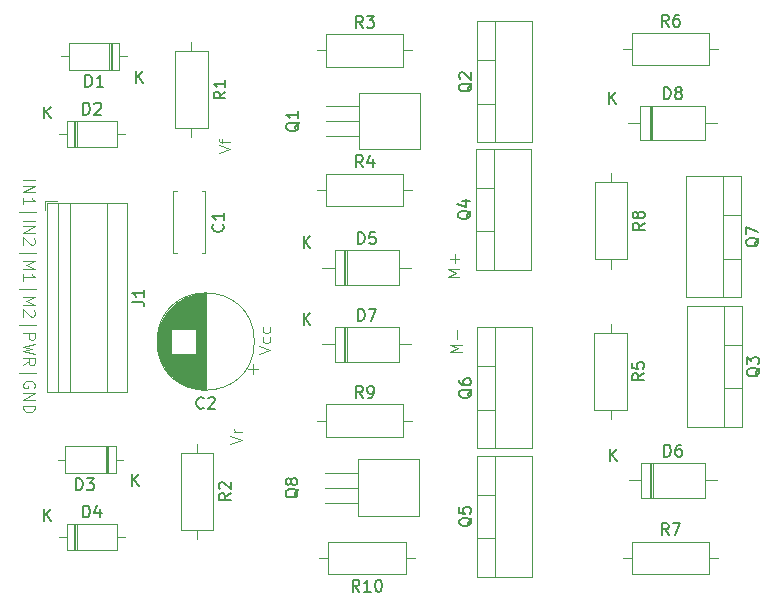
<source format=gbr>
%TF.GenerationSoftware,KiCad,Pcbnew,8.0.8*%
%TF.CreationDate,2025-03-29T12:35:08-04:00*%
%TF.ProjectId,h-bridge,682d6272-6964-4676-952e-6b696361645f,rev?*%
%TF.SameCoordinates,Original*%
%TF.FileFunction,Legend,Top*%
%TF.FilePolarity,Positive*%
%FSLAX46Y46*%
G04 Gerber Fmt 4.6, Leading zero omitted, Abs format (unit mm)*
G04 Created by KiCad (PCBNEW 8.0.8) date 2025-03-29 12:35:08*
%MOMM*%
%LPD*%
G01*
G04 APERTURE LIST*
%ADD10C,0.100000*%
%ADD11C,0.150000*%
%ADD12C,0.120000*%
G04 APERTURE END LIST*
D10*
X96327580Y-83703884D02*
X97327580Y-83703884D01*
X96327580Y-84180074D02*
X97327580Y-84180074D01*
X97327580Y-84180074D02*
X96327580Y-84751502D01*
X96327580Y-84751502D02*
X97327580Y-84751502D01*
X96327580Y-85751502D02*
X96327580Y-85180074D01*
X96327580Y-85465788D02*
X97327580Y-85465788D01*
X97327580Y-85465788D02*
X97184723Y-85370550D01*
X97184723Y-85370550D02*
X97089485Y-85275312D01*
X97089485Y-85275312D02*
X97041866Y-85180074D01*
X95994247Y-86418169D02*
X97422819Y-86418169D01*
X96327580Y-87132455D02*
X97327580Y-87132455D01*
X96327580Y-87608645D02*
X97327580Y-87608645D01*
X97327580Y-87608645D02*
X96327580Y-88180073D01*
X96327580Y-88180073D02*
X97327580Y-88180073D01*
X97232342Y-88608645D02*
X97279961Y-88656264D01*
X97279961Y-88656264D02*
X97327580Y-88751502D01*
X97327580Y-88751502D02*
X97327580Y-88989597D01*
X97327580Y-88989597D02*
X97279961Y-89084835D01*
X97279961Y-89084835D02*
X97232342Y-89132454D01*
X97232342Y-89132454D02*
X97137104Y-89180073D01*
X97137104Y-89180073D02*
X97041866Y-89180073D01*
X97041866Y-89180073D02*
X96899009Y-89132454D01*
X96899009Y-89132454D02*
X96327580Y-88561026D01*
X96327580Y-88561026D02*
X96327580Y-89180073D01*
X95994247Y-89846740D02*
X97422819Y-89846740D01*
X96327580Y-90561026D02*
X97327580Y-90561026D01*
X97327580Y-90561026D02*
X96613295Y-90894359D01*
X96613295Y-90894359D02*
X97327580Y-91227692D01*
X97327580Y-91227692D02*
X96327580Y-91227692D01*
X96327580Y-92227692D02*
X96327580Y-91656264D01*
X96327580Y-91941978D02*
X97327580Y-91941978D01*
X97327580Y-91941978D02*
X97184723Y-91846740D01*
X97184723Y-91846740D02*
X97089485Y-91751502D01*
X97089485Y-91751502D02*
X97041866Y-91656264D01*
X95994247Y-92894359D02*
X97422819Y-92894359D01*
X96327580Y-93608645D02*
X97327580Y-93608645D01*
X97327580Y-93608645D02*
X96613295Y-93941978D01*
X96613295Y-93941978D02*
X97327580Y-94275311D01*
X97327580Y-94275311D02*
X96327580Y-94275311D01*
X97232342Y-94703883D02*
X97279961Y-94751502D01*
X97279961Y-94751502D02*
X97327580Y-94846740D01*
X97327580Y-94846740D02*
X97327580Y-95084835D01*
X97327580Y-95084835D02*
X97279961Y-95180073D01*
X97279961Y-95180073D02*
X97232342Y-95227692D01*
X97232342Y-95227692D02*
X97137104Y-95275311D01*
X97137104Y-95275311D02*
X97041866Y-95275311D01*
X97041866Y-95275311D02*
X96899009Y-95227692D01*
X96899009Y-95227692D02*
X96327580Y-94656264D01*
X96327580Y-94656264D02*
X96327580Y-95275311D01*
X95994247Y-95941978D02*
X97422819Y-95941978D01*
X96327580Y-96656264D02*
X97327580Y-96656264D01*
X97327580Y-96656264D02*
X97327580Y-97037216D01*
X97327580Y-97037216D02*
X97279961Y-97132454D01*
X97279961Y-97132454D02*
X97232342Y-97180073D01*
X97232342Y-97180073D02*
X97137104Y-97227692D01*
X97137104Y-97227692D02*
X96994247Y-97227692D01*
X96994247Y-97227692D02*
X96899009Y-97180073D01*
X96899009Y-97180073D02*
X96851390Y-97132454D01*
X96851390Y-97132454D02*
X96803771Y-97037216D01*
X96803771Y-97037216D02*
X96803771Y-96656264D01*
X97327580Y-97561026D02*
X96327580Y-97799121D01*
X96327580Y-97799121D02*
X97041866Y-97989597D01*
X97041866Y-97989597D02*
X96327580Y-98180073D01*
X96327580Y-98180073D02*
X97327580Y-98418169D01*
X96327580Y-99370549D02*
X96803771Y-99037216D01*
X96327580Y-98799121D02*
X97327580Y-98799121D01*
X97327580Y-98799121D02*
X97327580Y-99180073D01*
X97327580Y-99180073D02*
X97279961Y-99275311D01*
X97279961Y-99275311D02*
X97232342Y-99322930D01*
X97232342Y-99322930D02*
X97137104Y-99370549D01*
X97137104Y-99370549D02*
X96994247Y-99370549D01*
X96994247Y-99370549D02*
X96899009Y-99322930D01*
X96899009Y-99322930D02*
X96851390Y-99275311D01*
X96851390Y-99275311D02*
X96803771Y-99180073D01*
X96803771Y-99180073D02*
X96803771Y-98799121D01*
X95994247Y-100037216D02*
X97422819Y-100037216D01*
X97279961Y-101275311D02*
X97327580Y-101180073D01*
X97327580Y-101180073D02*
X97327580Y-101037216D01*
X97327580Y-101037216D02*
X97279961Y-100894359D01*
X97279961Y-100894359D02*
X97184723Y-100799121D01*
X97184723Y-100799121D02*
X97089485Y-100751502D01*
X97089485Y-100751502D02*
X96899009Y-100703883D01*
X96899009Y-100703883D02*
X96756152Y-100703883D01*
X96756152Y-100703883D02*
X96565676Y-100751502D01*
X96565676Y-100751502D02*
X96470438Y-100799121D01*
X96470438Y-100799121D02*
X96375200Y-100894359D01*
X96375200Y-100894359D02*
X96327580Y-101037216D01*
X96327580Y-101037216D02*
X96327580Y-101132454D01*
X96327580Y-101132454D02*
X96375200Y-101275311D01*
X96375200Y-101275311D02*
X96422819Y-101322930D01*
X96422819Y-101322930D02*
X96756152Y-101322930D01*
X96756152Y-101322930D02*
X96756152Y-101132454D01*
X96327580Y-101751502D02*
X97327580Y-101751502D01*
X97327580Y-101751502D02*
X96327580Y-102322930D01*
X96327580Y-102322930D02*
X97327580Y-102322930D01*
X96327580Y-102799121D02*
X97327580Y-102799121D01*
X97327580Y-102799121D02*
X97327580Y-103037216D01*
X97327580Y-103037216D02*
X97279961Y-103180073D01*
X97279961Y-103180073D02*
X97184723Y-103275311D01*
X97184723Y-103275311D02*
X97089485Y-103322930D01*
X97089485Y-103322930D02*
X96899009Y-103370549D01*
X96899009Y-103370549D02*
X96756152Y-103370549D01*
X96756152Y-103370549D02*
X96565676Y-103322930D01*
X96565676Y-103322930D02*
X96470438Y-103275311D01*
X96470438Y-103275311D02*
X96375200Y-103180073D01*
X96375200Y-103180073D02*
X96327580Y-103037216D01*
X96327580Y-103037216D02*
X96327580Y-102799121D01*
X116272419Y-98438972D02*
X117272419Y-98105639D01*
X117272419Y-98105639D02*
X116272419Y-97772306D01*
X117224800Y-97010401D02*
X117272419Y-97105639D01*
X117272419Y-97105639D02*
X117272419Y-97296115D01*
X117272419Y-97296115D02*
X117224800Y-97391353D01*
X117224800Y-97391353D02*
X117177180Y-97438972D01*
X117177180Y-97438972D02*
X117081942Y-97486591D01*
X117081942Y-97486591D02*
X116796228Y-97486591D01*
X116796228Y-97486591D02*
X116700990Y-97438972D01*
X116700990Y-97438972D02*
X116653371Y-97391353D01*
X116653371Y-97391353D02*
X116605752Y-97296115D01*
X116605752Y-97296115D02*
X116605752Y-97105639D01*
X116605752Y-97105639D02*
X116653371Y-97010401D01*
X117224800Y-96153258D02*
X117272419Y-96248496D01*
X117272419Y-96248496D02*
X117272419Y-96438972D01*
X117272419Y-96438972D02*
X117224800Y-96534210D01*
X117224800Y-96534210D02*
X117177180Y-96581829D01*
X117177180Y-96581829D02*
X117081942Y-96629448D01*
X117081942Y-96629448D02*
X116796228Y-96629448D01*
X116796228Y-96629448D02*
X116700990Y-96581829D01*
X116700990Y-96581829D02*
X116653371Y-96534210D01*
X116653371Y-96534210D02*
X116605752Y-96438972D01*
X116605752Y-96438972D02*
X116605752Y-96248496D01*
X116605752Y-96248496D02*
X116653371Y-96153258D01*
X113872419Y-106038972D02*
X114872419Y-105705639D01*
X114872419Y-105705639D02*
X113872419Y-105372306D01*
X114872419Y-105038972D02*
X114205752Y-105038972D01*
X114396228Y-105038972D02*
X114300990Y-104991353D01*
X114300990Y-104991353D02*
X114253371Y-104943734D01*
X114253371Y-104943734D02*
X114205752Y-104848496D01*
X114205752Y-104848496D02*
X114205752Y-104753258D01*
X133472419Y-98296115D02*
X132472419Y-98296115D01*
X132472419Y-98296115D02*
X133186704Y-97962782D01*
X133186704Y-97962782D02*
X132472419Y-97629449D01*
X132472419Y-97629449D02*
X133472419Y-97629449D01*
X133091466Y-97153258D02*
X133091466Y-96391354D01*
X133272419Y-91896115D02*
X132272419Y-91896115D01*
X132272419Y-91896115D02*
X132986704Y-91562782D01*
X132986704Y-91562782D02*
X132272419Y-91229449D01*
X132272419Y-91229449D02*
X133272419Y-91229449D01*
X132891466Y-90753258D02*
X132891466Y-89991354D01*
X133272419Y-90372306D02*
X132510514Y-90372306D01*
X112872419Y-81438972D02*
X113872419Y-81105639D01*
X113872419Y-81105639D02*
X112872419Y-80772306D01*
X113205752Y-80581829D02*
X113205752Y-80200877D01*
X113872419Y-80438972D02*
X113015276Y-80438972D01*
X113015276Y-80438972D02*
X112920038Y-80391353D01*
X112920038Y-80391353D02*
X112872419Y-80296115D01*
X112872419Y-80296115D02*
X112872419Y-80200877D01*
D11*
X111623031Y-102984580D02*
X111575412Y-103032200D01*
X111575412Y-103032200D02*
X111432555Y-103079819D01*
X111432555Y-103079819D02*
X111337317Y-103079819D01*
X111337317Y-103079819D02*
X111194460Y-103032200D01*
X111194460Y-103032200D02*
X111099222Y-102936961D01*
X111099222Y-102936961D02*
X111051603Y-102841723D01*
X111051603Y-102841723D02*
X111003984Y-102651247D01*
X111003984Y-102651247D02*
X111003984Y-102508390D01*
X111003984Y-102508390D02*
X111051603Y-102317914D01*
X111051603Y-102317914D02*
X111099222Y-102222676D01*
X111099222Y-102222676D02*
X111194460Y-102127438D01*
X111194460Y-102127438D02*
X111337317Y-102079819D01*
X111337317Y-102079819D02*
X111432555Y-102079819D01*
X111432555Y-102079819D02*
X111575412Y-102127438D01*
X111575412Y-102127438D02*
X111623031Y-102175057D01*
X112003984Y-102175057D02*
X112051603Y-102127438D01*
X112051603Y-102127438D02*
X112146841Y-102079819D01*
X112146841Y-102079819D02*
X112384936Y-102079819D01*
X112384936Y-102079819D02*
X112480174Y-102127438D01*
X112480174Y-102127438D02*
X112527793Y-102175057D01*
X112527793Y-102175057D02*
X112575412Y-102270295D01*
X112575412Y-102270295D02*
X112575412Y-102365533D01*
X112575412Y-102365533D02*
X112527793Y-102508390D01*
X112527793Y-102508390D02*
X111956365Y-103079819D01*
X111956365Y-103079819D02*
X112575412Y-103079819D01*
X150988333Y-70709819D02*
X150655000Y-70233628D01*
X150416905Y-70709819D02*
X150416905Y-69709819D01*
X150416905Y-69709819D02*
X150797857Y-69709819D01*
X150797857Y-69709819D02*
X150893095Y-69757438D01*
X150893095Y-69757438D02*
X150940714Y-69805057D01*
X150940714Y-69805057D02*
X150988333Y-69900295D01*
X150988333Y-69900295D02*
X150988333Y-70043152D01*
X150988333Y-70043152D02*
X150940714Y-70138390D01*
X150940714Y-70138390D02*
X150893095Y-70186009D01*
X150893095Y-70186009D02*
X150797857Y-70233628D01*
X150797857Y-70233628D02*
X150416905Y-70233628D01*
X151845476Y-69709819D02*
X151655000Y-69709819D01*
X151655000Y-69709819D02*
X151559762Y-69757438D01*
X151559762Y-69757438D02*
X151512143Y-69805057D01*
X151512143Y-69805057D02*
X151416905Y-69947914D01*
X151416905Y-69947914D02*
X151369286Y-70138390D01*
X151369286Y-70138390D02*
X151369286Y-70519342D01*
X151369286Y-70519342D02*
X151416905Y-70614580D01*
X151416905Y-70614580D02*
X151464524Y-70662200D01*
X151464524Y-70662200D02*
X151559762Y-70709819D01*
X151559762Y-70709819D02*
X151750238Y-70709819D01*
X151750238Y-70709819D02*
X151845476Y-70662200D01*
X151845476Y-70662200D02*
X151893095Y-70614580D01*
X151893095Y-70614580D02*
X151940714Y-70519342D01*
X151940714Y-70519342D02*
X151940714Y-70281247D01*
X151940714Y-70281247D02*
X151893095Y-70186009D01*
X151893095Y-70186009D02*
X151845476Y-70138390D01*
X151845476Y-70138390D02*
X151750238Y-70090771D01*
X151750238Y-70090771D02*
X151559762Y-70090771D01*
X151559762Y-70090771D02*
X151464524Y-70138390D01*
X151464524Y-70138390D02*
X151416905Y-70186009D01*
X151416905Y-70186009D02*
X151369286Y-70281247D01*
X134325057Y-101400238D02*
X134277438Y-101495476D01*
X134277438Y-101495476D02*
X134182200Y-101590714D01*
X134182200Y-101590714D02*
X134039342Y-101733571D01*
X134039342Y-101733571D02*
X133991723Y-101828809D01*
X133991723Y-101828809D02*
X133991723Y-101924047D01*
X134229819Y-101876428D02*
X134182200Y-101971666D01*
X134182200Y-101971666D02*
X134086961Y-102066904D01*
X134086961Y-102066904D02*
X133896485Y-102114523D01*
X133896485Y-102114523D02*
X133563152Y-102114523D01*
X133563152Y-102114523D02*
X133372676Y-102066904D01*
X133372676Y-102066904D02*
X133277438Y-101971666D01*
X133277438Y-101971666D02*
X133229819Y-101876428D01*
X133229819Y-101876428D02*
X133229819Y-101685952D01*
X133229819Y-101685952D02*
X133277438Y-101590714D01*
X133277438Y-101590714D02*
X133372676Y-101495476D01*
X133372676Y-101495476D02*
X133563152Y-101447857D01*
X133563152Y-101447857D02*
X133896485Y-101447857D01*
X133896485Y-101447857D02*
X134086961Y-101495476D01*
X134086961Y-101495476D02*
X134182200Y-101590714D01*
X134182200Y-101590714D02*
X134229819Y-101685952D01*
X134229819Y-101685952D02*
X134229819Y-101876428D01*
X133229819Y-100590714D02*
X133229819Y-100781190D01*
X133229819Y-100781190D02*
X133277438Y-100876428D01*
X133277438Y-100876428D02*
X133325057Y-100924047D01*
X133325057Y-100924047D02*
X133467914Y-101019285D01*
X133467914Y-101019285D02*
X133658390Y-101066904D01*
X133658390Y-101066904D02*
X134039342Y-101066904D01*
X134039342Y-101066904D02*
X134134580Y-101019285D01*
X134134580Y-101019285D02*
X134182200Y-100971666D01*
X134182200Y-100971666D02*
X134229819Y-100876428D01*
X134229819Y-100876428D02*
X134229819Y-100685952D01*
X134229819Y-100685952D02*
X134182200Y-100590714D01*
X134182200Y-100590714D02*
X134134580Y-100543095D01*
X134134580Y-100543095D02*
X134039342Y-100495476D01*
X134039342Y-100495476D02*
X133801247Y-100495476D01*
X133801247Y-100495476D02*
X133706009Y-100543095D01*
X133706009Y-100543095D02*
X133658390Y-100590714D01*
X133658390Y-100590714D02*
X133610771Y-100685952D01*
X133610771Y-100685952D02*
X133610771Y-100876428D01*
X133610771Y-100876428D02*
X133658390Y-100971666D01*
X133658390Y-100971666D02*
X133706009Y-101019285D01*
X133706009Y-101019285D02*
X133801247Y-101066904D01*
X125088333Y-102159819D02*
X124755000Y-101683628D01*
X124516905Y-102159819D02*
X124516905Y-101159819D01*
X124516905Y-101159819D02*
X124897857Y-101159819D01*
X124897857Y-101159819D02*
X124993095Y-101207438D01*
X124993095Y-101207438D02*
X125040714Y-101255057D01*
X125040714Y-101255057D02*
X125088333Y-101350295D01*
X125088333Y-101350295D02*
X125088333Y-101493152D01*
X125088333Y-101493152D02*
X125040714Y-101588390D01*
X125040714Y-101588390D02*
X124993095Y-101636009D01*
X124993095Y-101636009D02*
X124897857Y-101683628D01*
X124897857Y-101683628D02*
X124516905Y-101683628D01*
X125564524Y-102159819D02*
X125755000Y-102159819D01*
X125755000Y-102159819D02*
X125850238Y-102112200D01*
X125850238Y-102112200D02*
X125897857Y-102064580D01*
X125897857Y-102064580D02*
X125993095Y-101921723D01*
X125993095Y-101921723D02*
X126040714Y-101731247D01*
X126040714Y-101731247D02*
X126040714Y-101350295D01*
X126040714Y-101350295D02*
X125993095Y-101255057D01*
X125993095Y-101255057D02*
X125945476Y-101207438D01*
X125945476Y-101207438D02*
X125850238Y-101159819D01*
X125850238Y-101159819D02*
X125659762Y-101159819D01*
X125659762Y-101159819D02*
X125564524Y-101207438D01*
X125564524Y-101207438D02*
X125516905Y-101255057D01*
X125516905Y-101255057D02*
X125469286Y-101350295D01*
X125469286Y-101350295D02*
X125469286Y-101588390D01*
X125469286Y-101588390D02*
X125516905Y-101683628D01*
X125516905Y-101683628D02*
X125564524Y-101731247D01*
X125564524Y-101731247D02*
X125659762Y-101778866D01*
X125659762Y-101778866D02*
X125850238Y-101778866D01*
X125850238Y-101778866D02*
X125945476Y-101731247D01*
X125945476Y-101731247D02*
X125993095Y-101683628D01*
X125993095Y-101683628D02*
X126040714Y-101588390D01*
X124802142Y-118549819D02*
X124468809Y-118073628D01*
X124230714Y-118549819D02*
X124230714Y-117549819D01*
X124230714Y-117549819D02*
X124611666Y-117549819D01*
X124611666Y-117549819D02*
X124706904Y-117597438D01*
X124706904Y-117597438D02*
X124754523Y-117645057D01*
X124754523Y-117645057D02*
X124802142Y-117740295D01*
X124802142Y-117740295D02*
X124802142Y-117883152D01*
X124802142Y-117883152D02*
X124754523Y-117978390D01*
X124754523Y-117978390D02*
X124706904Y-118026009D01*
X124706904Y-118026009D02*
X124611666Y-118073628D01*
X124611666Y-118073628D02*
X124230714Y-118073628D01*
X125754523Y-118549819D02*
X125183095Y-118549819D01*
X125468809Y-118549819D02*
X125468809Y-117549819D01*
X125468809Y-117549819D02*
X125373571Y-117692676D01*
X125373571Y-117692676D02*
X125278333Y-117787914D01*
X125278333Y-117787914D02*
X125183095Y-117835533D01*
X126373571Y-117549819D02*
X126468809Y-117549819D01*
X126468809Y-117549819D02*
X126564047Y-117597438D01*
X126564047Y-117597438D02*
X126611666Y-117645057D01*
X126611666Y-117645057D02*
X126659285Y-117740295D01*
X126659285Y-117740295D02*
X126706904Y-117930771D01*
X126706904Y-117930771D02*
X126706904Y-118168866D01*
X126706904Y-118168866D02*
X126659285Y-118359342D01*
X126659285Y-118359342D02*
X126611666Y-118454580D01*
X126611666Y-118454580D02*
X126564047Y-118502200D01*
X126564047Y-118502200D02*
X126468809Y-118549819D01*
X126468809Y-118549819D02*
X126373571Y-118549819D01*
X126373571Y-118549819D02*
X126278333Y-118502200D01*
X126278333Y-118502200D02*
X126230714Y-118454580D01*
X126230714Y-118454580D02*
X126183095Y-118359342D01*
X126183095Y-118359342D02*
X126135476Y-118168866D01*
X126135476Y-118168866D02*
X126135476Y-117930771D01*
X126135476Y-117930771D02*
X126183095Y-117740295D01*
X126183095Y-117740295D02*
X126230714Y-117645057D01*
X126230714Y-117645057D02*
X126278333Y-117597438D01*
X126278333Y-117597438D02*
X126373571Y-117549819D01*
X134235057Y-86290238D02*
X134187438Y-86385476D01*
X134187438Y-86385476D02*
X134092200Y-86480714D01*
X134092200Y-86480714D02*
X133949342Y-86623571D01*
X133949342Y-86623571D02*
X133901723Y-86718809D01*
X133901723Y-86718809D02*
X133901723Y-86814047D01*
X134139819Y-86766428D02*
X134092200Y-86861666D01*
X134092200Y-86861666D02*
X133996961Y-86956904D01*
X133996961Y-86956904D02*
X133806485Y-87004523D01*
X133806485Y-87004523D02*
X133473152Y-87004523D01*
X133473152Y-87004523D02*
X133282676Y-86956904D01*
X133282676Y-86956904D02*
X133187438Y-86861666D01*
X133187438Y-86861666D02*
X133139819Y-86766428D01*
X133139819Y-86766428D02*
X133139819Y-86575952D01*
X133139819Y-86575952D02*
X133187438Y-86480714D01*
X133187438Y-86480714D02*
X133282676Y-86385476D01*
X133282676Y-86385476D02*
X133473152Y-86337857D01*
X133473152Y-86337857D02*
X133806485Y-86337857D01*
X133806485Y-86337857D02*
X133996961Y-86385476D01*
X133996961Y-86385476D02*
X134092200Y-86480714D01*
X134092200Y-86480714D02*
X134139819Y-86575952D01*
X134139819Y-86575952D02*
X134139819Y-86766428D01*
X133473152Y-85480714D02*
X134139819Y-85480714D01*
X133092200Y-85718809D02*
X133806485Y-85956904D01*
X133806485Y-85956904D02*
X133806485Y-85337857D01*
X158705057Y-99590238D02*
X158657438Y-99685476D01*
X158657438Y-99685476D02*
X158562200Y-99780714D01*
X158562200Y-99780714D02*
X158419342Y-99923571D01*
X158419342Y-99923571D02*
X158371723Y-100018809D01*
X158371723Y-100018809D02*
X158371723Y-100114047D01*
X158609819Y-100066428D02*
X158562200Y-100161666D01*
X158562200Y-100161666D02*
X158466961Y-100256904D01*
X158466961Y-100256904D02*
X158276485Y-100304523D01*
X158276485Y-100304523D02*
X157943152Y-100304523D01*
X157943152Y-100304523D02*
X157752676Y-100256904D01*
X157752676Y-100256904D02*
X157657438Y-100161666D01*
X157657438Y-100161666D02*
X157609819Y-100066428D01*
X157609819Y-100066428D02*
X157609819Y-99875952D01*
X157609819Y-99875952D02*
X157657438Y-99780714D01*
X157657438Y-99780714D02*
X157752676Y-99685476D01*
X157752676Y-99685476D02*
X157943152Y-99637857D01*
X157943152Y-99637857D02*
X158276485Y-99637857D01*
X158276485Y-99637857D02*
X158466961Y-99685476D01*
X158466961Y-99685476D02*
X158562200Y-99780714D01*
X158562200Y-99780714D02*
X158609819Y-99875952D01*
X158609819Y-99875952D02*
X158609819Y-100066428D01*
X157609819Y-99304523D02*
X157609819Y-98685476D01*
X157609819Y-98685476D02*
X157990771Y-99018809D01*
X157990771Y-99018809D02*
X157990771Y-98875952D01*
X157990771Y-98875952D02*
X158038390Y-98780714D01*
X158038390Y-98780714D02*
X158086009Y-98733095D01*
X158086009Y-98733095D02*
X158181247Y-98685476D01*
X158181247Y-98685476D02*
X158419342Y-98685476D01*
X158419342Y-98685476D02*
X158514580Y-98733095D01*
X158514580Y-98733095D02*
X158562200Y-98780714D01*
X158562200Y-98780714D02*
X158609819Y-98875952D01*
X158609819Y-98875952D02*
X158609819Y-99161666D01*
X158609819Y-99161666D02*
X158562200Y-99256904D01*
X158562200Y-99256904D02*
X158514580Y-99304523D01*
X105579819Y-93998333D02*
X106294104Y-93998333D01*
X106294104Y-93998333D02*
X106436961Y-94045952D01*
X106436961Y-94045952D02*
X106532200Y-94141190D01*
X106532200Y-94141190D02*
X106579819Y-94284047D01*
X106579819Y-94284047D02*
X106579819Y-94379285D01*
X106579819Y-92998333D02*
X106579819Y-93569761D01*
X106579819Y-93284047D02*
X105579819Y-93284047D01*
X105579819Y-93284047D02*
X105722676Y-93379285D01*
X105722676Y-93379285D02*
X105817914Y-93474523D01*
X105817914Y-93474523D02*
X105865533Y-93569761D01*
X150988333Y-113759819D02*
X150655000Y-113283628D01*
X150416905Y-113759819D02*
X150416905Y-112759819D01*
X150416905Y-112759819D02*
X150797857Y-112759819D01*
X150797857Y-112759819D02*
X150893095Y-112807438D01*
X150893095Y-112807438D02*
X150940714Y-112855057D01*
X150940714Y-112855057D02*
X150988333Y-112950295D01*
X150988333Y-112950295D02*
X150988333Y-113093152D01*
X150988333Y-113093152D02*
X150940714Y-113188390D01*
X150940714Y-113188390D02*
X150893095Y-113236009D01*
X150893095Y-113236009D02*
X150797857Y-113283628D01*
X150797857Y-113283628D02*
X150416905Y-113283628D01*
X151321667Y-112759819D02*
X151988333Y-112759819D01*
X151988333Y-112759819D02*
X151559762Y-113759819D01*
X158625057Y-88590238D02*
X158577438Y-88685476D01*
X158577438Y-88685476D02*
X158482200Y-88780714D01*
X158482200Y-88780714D02*
X158339342Y-88923571D01*
X158339342Y-88923571D02*
X158291723Y-89018809D01*
X158291723Y-89018809D02*
X158291723Y-89114047D01*
X158529819Y-89066428D02*
X158482200Y-89161666D01*
X158482200Y-89161666D02*
X158386961Y-89256904D01*
X158386961Y-89256904D02*
X158196485Y-89304523D01*
X158196485Y-89304523D02*
X157863152Y-89304523D01*
X157863152Y-89304523D02*
X157672676Y-89256904D01*
X157672676Y-89256904D02*
X157577438Y-89161666D01*
X157577438Y-89161666D02*
X157529819Y-89066428D01*
X157529819Y-89066428D02*
X157529819Y-88875952D01*
X157529819Y-88875952D02*
X157577438Y-88780714D01*
X157577438Y-88780714D02*
X157672676Y-88685476D01*
X157672676Y-88685476D02*
X157863152Y-88637857D01*
X157863152Y-88637857D02*
X158196485Y-88637857D01*
X158196485Y-88637857D02*
X158386961Y-88685476D01*
X158386961Y-88685476D02*
X158482200Y-88780714D01*
X158482200Y-88780714D02*
X158529819Y-88875952D01*
X158529819Y-88875952D02*
X158529819Y-89066428D01*
X157529819Y-88304523D02*
X157529819Y-87637857D01*
X157529819Y-87637857D02*
X158529819Y-88066428D01*
X125088333Y-70809819D02*
X124755000Y-70333628D01*
X124516905Y-70809819D02*
X124516905Y-69809819D01*
X124516905Y-69809819D02*
X124897857Y-69809819D01*
X124897857Y-69809819D02*
X124993095Y-69857438D01*
X124993095Y-69857438D02*
X125040714Y-69905057D01*
X125040714Y-69905057D02*
X125088333Y-70000295D01*
X125088333Y-70000295D02*
X125088333Y-70143152D01*
X125088333Y-70143152D02*
X125040714Y-70238390D01*
X125040714Y-70238390D02*
X124993095Y-70286009D01*
X124993095Y-70286009D02*
X124897857Y-70333628D01*
X124897857Y-70333628D02*
X124516905Y-70333628D01*
X125421667Y-69809819D02*
X126040714Y-69809819D01*
X126040714Y-69809819D02*
X125707381Y-70190771D01*
X125707381Y-70190771D02*
X125850238Y-70190771D01*
X125850238Y-70190771D02*
X125945476Y-70238390D01*
X125945476Y-70238390D02*
X125993095Y-70286009D01*
X125993095Y-70286009D02*
X126040714Y-70381247D01*
X126040714Y-70381247D02*
X126040714Y-70619342D01*
X126040714Y-70619342D02*
X125993095Y-70714580D01*
X125993095Y-70714580D02*
X125945476Y-70762200D01*
X125945476Y-70762200D02*
X125850238Y-70809819D01*
X125850238Y-70809819D02*
X125564524Y-70809819D01*
X125564524Y-70809819D02*
X125469286Y-70762200D01*
X125469286Y-70762200D02*
X125421667Y-70714580D01*
X125088333Y-82609819D02*
X124755000Y-82133628D01*
X124516905Y-82609819D02*
X124516905Y-81609819D01*
X124516905Y-81609819D02*
X124897857Y-81609819D01*
X124897857Y-81609819D02*
X124993095Y-81657438D01*
X124993095Y-81657438D02*
X125040714Y-81705057D01*
X125040714Y-81705057D02*
X125088333Y-81800295D01*
X125088333Y-81800295D02*
X125088333Y-81943152D01*
X125088333Y-81943152D02*
X125040714Y-82038390D01*
X125040714Y-82038390D02*
X124993095Y-82086009D01*
X124993095Y-82086009D02*
X124897857Y-82133628D01*
X124897857Y-82133628D02*
X124516905Y-82133628D01*
X125945476Y-81943152D02*
X125945476Y-82609819D01*
X125707381Y-81562200D02*
X125469286Y-82276485D01*
X125469286Y-82276485D02*
X126088333Y-82276485D01*
X101416905Y-78159819D02*
X101416905Y-77159819D01*
X101416905Y-77159819D02*
X101655000Y-77159819D01*
X101655000Y-77159819D02*
X101797857Y-77207438D01*
X101797857Y-77207438D02*
X101893095Y-77302676D01*
X101893095Y-77302676D02*
X101940714Y-77397914D01*
X101940714Y-77397914D02*
X101988333Y-77588390D01*
X101988333Y-77588390D02*
X101988333Y-77731247D01*
X101988333Y-77731247D02*
X101940714Y-77921723D01*
X101940714Y-77921723D02*
X101893095Y-78016961D01*
X101893095Y-78016961D02*
X101797857Y-78112200D01*
X101797857Y-78112200D02*
X101655000Y-78159819D01*
X101655000Y-78159819D02*
X101416905Y-78159819D01*
X102369286Y-77255057D02*
X102416905Y-77207438D01*
X102416905Y-77207438D02*
X102512143Y-77159819D01*
X102512143Y-77159819D02*
X102750238Y-77159819D01*
X102750238Y-77159819D02*
X102845476Y-77207438D01*
X102845476Y-77207438D02*
X102893095Y-77255057D01*
X102893095Y-77255057D02*
X102940714Y-77350295D01*
X102940714Y-77350295D02*
X102940714Y-77445533D01*
X102940714Y-77445533D02*
X102893095Y-77588390D01*
X102893095Y-77588390D02*
X102321667Y-78159819D01*
X102321667Y-78159819D02*
X102940714Y-78159819D01*
X98083095Y-78479819D02*
X98083095Y-77479819D01*
X98654523Y-78479819D02*
X98225952Y-77908390D01*
X98654523Y-77479819D02*
X98083095Y-78051247D01*
X113459819Y-76211666D02*
X112983628Y-76544999D01*
X113459819Y-76783094D02*
X112459819Y-76783094D01*
X112459819Y-76783094D02*
X112459819Y-76402142D01*
X112459819Y-76402142D02*
X112507438Y-76306904D01*
X112507438Y-76306904D02*
X112555057Y-76259285D01*
X112555057Y-76259285D02*
X112650295Y-76211666D01*
X112650295Y-76211666D02*
X112793152Y-76211666D01*
X112793152Y-76211666D02*
X112888390Y-76259285D01*
X112888390Y-76259285D02*
X112936009Y-76306904D01*
X112936009Y-76306904D02*
X112983628Y-76402142D01*
X112983628Y-76402142D02*
X112983628Y-76783094D01*
X113459819Y-75259285D02*
X113459819Y-75830713D01*
X113459819Y-75544999D02*
X112459819Y-75544999D01*
X112459819Y-75544999D02*
X112602676Y-75640237D01*
X112602676Y-75640237D02*
X112697914Y-75735475D01*
X112697914Y-75735475D02*
X112745533Y-75830713D01*
X101416905Y-112259819D02*
X101416905Y-111259819D01*
X101416905Y-111259819D02*
X101655000Y-111259819D01*
X101655000Y-111259819D02*
X101797857Y-111307438D01*
X101797857Y-111307438D02*
X101893095Y-111402676D01*
X101893095Y-111402676D02*
X101940714Y-111497914D01*
X101940714Y-111497914D02*
X101988333Y-111688390D01*
X101988333Y-111688390D02*
X101988333Y-111831247D01*
X101988333Y-111831247D02*
X101940714Y-112021723D01*
X101940714Y-112021723D02*
X101893095Y-112116961D01*
X101893095Y-112116961D02*
X101797857Y-112212200D01*
X101797857Y-112212200D02*
X101655000Y-112259819D01*
X101655000Y-112259819D02*
X101416905Y-112259819D01*
X102845476Y-111593152D02*
X102845476Y-112259819D01*
X102607381Y-111212200D02*
X102369286Y-111926485D01*
X102369286Y-111926485D02*
X102988333Y-111926485D01*
X98083095Y-112579819D02*
X98083095Y-111579819D01*
X98654523Y-112579819D02*
X98225952Y-112008390D01*
X98654523Y-111579819D02*
X98083095Y-112151247D01*
X148899819Y-100071666D02*
X148423628Y-100404999D01*
X148899819Y-100643094D02*
X147899819Y-100643094D01*
X147899819Y-100643094D02*
X147899819Y-100262142D01*
X147899819Y-100262142D02*
X147947438Y-100166904D01*
X147947438Y-100166904D02*
X147995057Y-100119285D01*
X147995057Y-100119285D02*
X148090295Y-100071666D01*
X148090295Y-100071666D02*
X148233152Y-100071666D01*
X148233152Y-100071666D02*
X148328390Y-100119285D01*
X148328390Y-100119285D02*
X148376009Y-100166904D01*
X148376009Y-100166904D02*
X148423628Y-100262142D01*
X148423628Y-100262142D02*
X148423628Y-100643094D01*
X147899819Y-99166904D02*
X147899819Y-99643094D01*
X147899819Y-99643094D02*
X148376009Y-99690713D01*
X148376009Y-99690713D02*
X148328390Y-99643094D01*
X148328390Y-99643094D02*
X148280771Y-99547856D01*
X148280771Y-99547856D02*
X148280771Y-99309761D01*
X148280771Y-99309761D02*
X148328390Y-99214523D01*
X148328390Y-99214523D02*
X148376009Y-99166904D01*
X148376009Y-99166904D02*
X148471247Y-99119285D01*
X148471247Y-99119285D02*
X148709342Y-99119285D01*
X148709342Y-99119285D02*
X148804580Y-99166904D01*
X148804580Y-99166904D02*
X148852200Y-99214523D01*
X148852200Y-99214523D02*
X148899819Y-99309761D01*
X148899819Y-99309761D02*
X148899819Y-99547856D01*
X148899819Y-99547856D02*
X148852200Y-99643094D01*
X148852200Y-99643094D02*
X148804580Y-99690713D01*
X113899819Y-110221666D02*
X113423628Y-110554999D01*
X113899819Y-110793094D02*
X112899819Y-110793094D01*
X112899819Y-110793094D02*
X112899819Y-110412142D01*
X112899819Y-110412142D02*
X112947438Y-110316904D01*
X112947438Y-110316904D02*
X112995057Y-110269285D01*
X112995057Y-110269285D02*
X113090295Y-110221666D01*
X113090295Y-110221666D02*
X113233152Y-110221666D01*
X113233152Y-110221666D02*
X113328390Y-110269285D01*
X113328390Y-110269285D02*
X113376009Y-110316904D01*
X113376009Y-110316904D02*
X113423628Y-110412142D01*
X113423628Y-110412142D02*
X113423628Y-110793094D01*
X112995057Y-109840713D02*
X112947438Y-109793094D01*
X112947438Y-109793094D02*
X112899819Y-109697856D01*
X112899819Y-109697856D02*
X112899819Y-109459761D01*
X112899819Y-109459761D02*
X112947438Y-109364523D01*
X112947438Y-109364523D02*
X112995057Y-109316904D01*
X112995057Y-109316904D02*
X113090295Y-109269285D01*
X113090295Y-109269285D02*
X113185533Y-109269285D01*
X113185533Y-109269285D02*
X113328390Y-109316904D01*
X113328390Y-109316904D02*
X113899819Y-109888332D01*
X113899819Y-109888332D02*
X113899819Y-109269285D01*
X148949819Y-87321666D02*
X148473628Y-87654999D01*
X148949819Y-87893094D02*
X147949819Y-87893094D01*
X147949819Y-87893094D02*
X147949819Y-87512142D01*
X147949819Y-87512142D02*
X147997438Y-87416904D01*
X147997438Y-87416904D02*
X148045057Y-87369285D01*
X148045057Y-87369285D02*
X148140295Y-87321666D01*
X148140295Y-87321666D02*
X148283152Y-87321666D01*
X148283152Y-87321666D02*
X148378390Y-87369285D01*
X148378390Y-87369285D02*
X148426009Y-87416904D01*
X148426009Y-87416904D02*
X148473628Y-87512142D01*
X148473628Y-87512142D02*
X148473628Y-87893094D01*
X148378390Y-86750237D02*
X148330771Y-86845475D01*
X148330771Y-86845475D02*
X148283152Y-86893094D01*
X148283152Y-86893094D02*
X148187914Y-86940713D01*
X148187914Y-86940713D02*
X148140295Y-86940713D01*
X148140295Y-86940713D02*
X148045057Y-86893094D01*
X148045057Y-86893094D02*
X147997438Y-86845475D01*
X147997438Y-86845475D02*
X147949819Y-86750237D01*
X147949819Y-86750237D02*
X147949819Y-86559761D01*
X147949819Y-86559761D02*
X147997438Y-86464523D01*
X147997438Y-86464523D02*
X148045057Y-86416904D01*
X148045057Y-86416904D02*
X148140295Y-86369285D01*
X148140295Y-86369285D02*
X148187914Y-86369285D01*
X148187914Y-86369285D02*
X148283152Y-86416904D01*
X148283152Y-86416904D02*
X148330771Y-86464523D01*
X148330771Y-86464523D02*
X148378390Y-86559761D01*
X148378390Y-86559761D02*
X148378390Y-86750237D01*
X148378390Y-86750237D02*
X148426009Y-86845475D01*
X148426009Y-86845475D02*
X148473628Y-86893094D01*
X148473628Y-86893094D02*
X148568866Y-86940713D01*
X148568866Y-86940713D02*
X148759342Y-86940713D01*
X148759342Y-86940713D02*
X148854580Y-86893094D01*
X148854580Y-86893094D02*
X148902200Y-86845475D01*
X148902200Y-86845475D02*
X148949819Y-86750237D01*
X148949819Y-86750237D02*
X148949819Y-86559761D01*
X148949819Y-86559761D02*
X148902200Y-86464523D01*
X148902200Y-86464523D02*
X148854580Y-86416904D01*
X148854580Y-86416904D02*
X148759342Y-86369285D01*
X148759342Y-86369285D02*
X148568866Y-86369285D01*
X148568866Y-86369285D02*
X148473628Y-86416904D01*
X148473628Y-86416904D02*
X148426009Y-86464523D01*
X148426009Y-86464523D02*
X148378390Y-86559761D01*
X113244580Y-87451666D02*
X113292200Y-87499285D01*
X113292200Y-87499285D02*
X113339819Y-87642142D01*
X113339819Y-87642142D02*
X113339819Y-87737380D01*
X113339819Y-87737380D02*
X113292200Y-87880237D01*
X113292200Y-87880237D02*
X113196961Y-87975475D01*
X113196961Y-87975475D02*
X113101723Y-88023094D01*
X113101723Y-88023094D02*
X112911247Y-88070713D01*
X112911247Y-88070713D02*
X112768390Y-88070713D01*
X112768390Y-88070713D02*
X112577914Y-88023094D01*
X112577914Y-88023094D02*
X112482676Y-87975475D01*
X112482676Y-87975475D02*
X112387438Y-87880237D01*
X112387438Y-87880237D02*
X112339819Y-87737380D01*
X112339819Y-87737380D02*
X112339819Y-87642142D01*
X112339819Y-87642142D02*
X112387438Y-87499285D01*
X112387438Y-87499285D02*
X112435057Y-87451666D01*
X113339819Y-86499285D02*
X113339819Y-87070713D01*
X113339819Y-86784999D02*
X112339819Y-86784999D01*
X112339819Y-86784999D02*
X112482676Y-86880237D01*
X112482676Y-86880237D02*
X112577914Y-86975475D01*
X112577914Y-86975475D02*
X112625533Y-87070713D01*
X100796905Y-109949819D02*
X100796905Y-108949819D01*
X100796905Y-108949819D02*
X101035000Y-108949819D01*
X101035000Y-108949819D02*
X101177857Y-108997438D01*
X101177857Y-108997438D02*
X101273095Y-109092676D01*
X101273095Y-109092676D02*
X101320714Y-109187914D01*
X101320714Y-109187914D02*
X101368333Y-109378390D01*
X101368333Y-109378390D02*
X101368333Y-109521247D01*
X101368333Y-109521247D02*
X101320714Y-109711723D01*
X101320714Y-109711723D02*
X101273095Y-109806961D01*
X101273095Y-109806961D02*
X101177857Y-109902200D01*
X101177857Y-109902200D02*
X101035000Y-109949819D01*
X101035000Y-109949819D02*
X100796905Y-109949819D01*
X101701667Y-108949819D02*
X102320714Y-108949819D01*
X102320714Y-108949819D02*
X101987381Y-109330771D01*
X101987381Y-109330771D02*
X102130238Y-109330771D01*
X102130238Y-109330771D02*
X102225476Y-109378390D01*
X102225476Y-109378390D02*
X102273095Y-109426009D01*
X102273095Y-109426009D02*
X102320714Y-109521247D01*
X102320714Y-109521247D02*
X102320714Y-109759342D01*
X102320714Y-109759342D02*
X102273095Y-109854580D01*
X102273095Y-109854580D02*
X102225476Y-109902200D01*
X102225476Y-109902200D02*
X102130238Y-109949819D01*
X102130238Y-109949819D02*
X101844524Y-109949819D01*
X101844524Y-109949819D02*
X101749286Y-109902200D01*
X101749286Y-109902200D02*
X101701667Y-109854580D01*
X105583095Y-109629819D02*
X105583095Y-108629819D01*
X106154523Y-109629819D02*
X105725952Y-109058390D01*
X106154523Y-108629819D02*
X105583095Y-109201247D01*
X101606905Y-75799819D02*
X101606905Y-74799819D01*
X101606905Y-74799819D02*
X101845000Y-74799819D01*
X101845000Y-74799819D02*
X101987857Y-74847438D01*
X101987857Y-74847438D02*
X102083095Y-74942676D01*
X102083095Y-74942676D02*
X102130714Y-75037914D01*
X102130714Y-75037914D02*
X102178333Y-75228390D01*
X102178333Y-75228390D02*
X102178333Y-75371247D01*
X102178333Y-75371247D02*
X102130714Y-75561723D01*
X102130714Y-75561723D02*
X102083095Y-75656961D01*
X102083095Y-75656961D02*
X101987857Y-75752200D01*
X101987857Y-75752200D02*
X101845000Y-75799819D01*
X101845000Y-75799819D02*
X101606905Y-75799819D01*
X103130714Y-75799819D02*
X102559286Y-75799819D01*
X102845000Y-75799819D02*
X102845000Y-74799819D01*
X102845000Y-74799819D02*
X102749762Y-74942676D01*
X102749762Y-74942676D02*
X102654524Y-75037914D01*
X102654524Y-75037914D02*
X102559286Y-75085533D01*
X105893095Y-75479819D02*
X105893095Y-74479819D01*
X106464523Y-75479819D02*
X106035952Y-74908390D01*
X106464523Y-74479819D02*
X105893095Y-75051247D01*
X134325057Y-112280238D02*
X134277438Y-112375476D01*
X134277438Y-112375476D02*
X134182200Y-112470714D01*
X134182200Y-112470714D02*
X134039342Y-112613571D01*
X134039342Y-112613571D02*
X133991723Y-112708809D01*
X133991723Y-112708809D02*
X133991723Y-112804047D01*
X134229819Y-112756428D02*
X134182200Y-112851666D01*
X134182200Y-112851666D02*
X134086961Y-112946904D01*
X134086961Y-112946904D02*
X133896485Y-112994523D01*
X133896485Y-112994523D02*
X133563152Y-112994523D01*
X133563152Y-112994523D02*
X133372676Y-112946904D01*
X133372676Y-112946904D02*
X133277438Y-112851666D01*
X133277438Y-112851666D02*
X133229819Y-112756428D01*
X133229819Y-112756428D02*
X133229819Y-112565952D01*
X133229819Y-112565952D02*
X133277438Y-112470714D01*
X133277438Y-112470714D02*
X133372676Y-112375476D01*
X133372676Y-112375476D02*
X133563152Y-112327857D01*
X133563152Y-112327857D02*
X133896485Y-112327857D01*
X133896485Y-112327857D02*
X134086961Y-112375476D01*
X134086961Y-112375476D02*
X134182200Y-112470714D01*
X134182200Y-112470714D02*
X134229819Y-112565952D01*
X134229819Y-112565952D02*
X134229819Y-112756428D01*
X133229819Y-111423095D02*
X133229819Y-111899285D01*
X133229819Y-111899285D02*
X133706009Y-111946904D01*
X133706009Y-111946904D02*
X133658390Y-111899285D01*
X133658390Y-111899285D02*
X133610771Y-111804047D01*
X133610771Y-111804047D02*
X133610771Y-111565952D01*
X133610771Y-111565952D02*
X133658390Y-111470714D01*
X133658390Y-111470714D02*
X133706009Y-111423095D01*
X133706009Y-111423095D02*
X133801247Y-111375476D01*
X133801247Y-111375476D02*
X134039342Y-111375476D01*
X134039342Y-111375476D02*
X134134580Y-111423095D01*
X134134580Y-111423095D02*
X134182200Y-111470714D01*
X134182200Y-111470714D02*
X134229819Y-111565952D01*
X134229819Y-111565952D02*
X134229819Y-111804047D01*
X134229819Y-111804047D02*
X134182200Y-111899285D01*
X134182200Y-111899285D02*
X134134580Y-111946904D01*
X119655057Y-109850238D02*
X119607438Y-109945476D01*
X119607438Y-109945476D02*
X119512200Y-110040714D01*
X119512200Y-110040714D02*
X119369342Y-110183571D01*
X119369342Y-110183571D02*
X119321723Y-110278809D01*
X119321723Y-110278809D02*
X119321723Y-110374047D01*
X119559819Y-110326428D02*
X119512200Y-110421666D01*
X119512200Y-110421666D02*
X119416961Y-110516904D01*
X119416961Y-110516904D02*
X119226485Y-110564523D01*
X119226485Y-110564523D02*
X118893152Y-110564523D01*
X118893152Y-110564523D02*
X118702676Y-110516904D01*
X118702676Y-110516904D02*
X118607438Y-110421666D01*
X118607438Y-110421666D02*
X118559819Y-110326428D01*
X118559819Y-110326428D02*
X118559819Y-110135952D01*
X118559819Y-110135952D02*
X118607438Y-110040714D01*
X118607438Y-110040714D02*
X118702676Y-109945476D01*
X118702676Y-109945476D02*
X118893152Y-109897857D01*
X118893152Y-109897857D02*
X119226485Y-109897857D01*
X119226485Y-109897857D02*
X119416961Y-109945476D01*
X119416961Y-109945476D02*
X119512200Y-110040714D01*
X119512200Y-110040714D02*
X119559819Y-110135952D01*
X119559819Y-110135952D02*
X119559819Y-110326428D01*
X118988390Y-109326428D02*
X118940771Y-109421666D01*
X118940771Y-109421666D02*
X118893152Y-109469285D01*
X118893152Y-109469285D02*
X118797914Y-109516904D01*
X118797914Y-109516904D02*
X118750295Y-109516904D01*
X118750295Y-109516904D02*
X118655057Y-109469285D01*
X118655057Y-109469285D02*
X118607438Y-109421666D01*
X118607438Y-109421666D02*
X118559819Y-109326428D01*
X118559819Y-109326428D02*
X118559819Y-109135952D01*
X118559819Y-109135952D02*
X118607438Y-109040714D01*
X118607438Y-109040714D02*
X118655057Y-108993095D01*
X118655057Y-108993095D02*
X118750295Y-108945476D01*
X118750295Y-108945476D02*
X118797914Y-108945476D01*
X118797914Y-108945476D02*
X118893152Y-108993095D01*
X118893152Y-108993095D02*
X118940771Y-109040714D01*
X118940771Y-109040714D02*
X118988390Y-109135952D01*
X118988390Y-109135952D02*
X118988390Y-109326428D01*
X118988390Y-109326428D02*
X119036009Y-109421666D01*
X119036009Y-109421666D02*
X119083628Y-109469285D01*
X119083628Y-109469285D02*
X119178866Y-109516904D01*
X119178866Y-109516904D02*
X119369342Y-109516904D01*
X119369342Y-109516904D02*
X119464580Y-109469285D01*
X119464580Y-109469285D02*
X119512200Y-109421666D01*
X119512200Y-109421666D02*
X119559819Y-109326428D01*
X119559819Y-109326428D02*
X119559819Y-109135952D01*
X119559819Y-109135952D02*
X119512200Y-109040714D01*
X119512200Y-109040714D02*
X119464580Y-108993095D01*
X119464580Y-108993095D02*
X119369342Y-108945476D01*
X119369342Y-108945476D02*
X119178866Y-108945476D01*
X119178866Y-108945476D02*
X119083628Y-108993095D01*
X119083628Y-108993095D02*
X119036009Y-109040714D01*
X119036009Y-109040714D02*
X118988390Y-109135952D01*
X119715057Y-78800238D02*
X119667438Y-78895476D01*
X119667438Y-78895476D02*
X119572200Y-78990714D01*
X119572200Y-78990714D02*
X119429342Y-79133571D01*
X119429342Y-79133571D02*
X119381723Y-79228809D01*
X119381723Y-79228809D02*
X119381723Y-79324047D01*
X119619819Y-79276428D02*
X119572200Y-79371666D01*
X119572200Y-79371666D02*
X119476961Y-79466904D01*
X119476961Y-79466904D02*
X119286485Y-79514523D01*
X119286485Y-79514523D02*
X118953152Y-79514523D01*
X118953152Y-79514523D02*
X118762676Y-79466904D01*
X118762676Y-79466904D02*
X118667438Y-79371666D01*
X118667438Y-79371666D02*
X118619819Y-79276428D01*
X118619819Y-79276428D02*
X118619819Y-79085952D01*
X118619819Y-79085952D02*
X118667438Y-78990714D01*
X118667438Y-78990714D02*
X118762676Y-78895476D01*
X118762676Y-78895476D02*
X118953152Y-78847857D01*
X118953152Y-78847857D02*
X119286485Y-78847857D01*
X119286485Y-78847857D02*
X119476961Y-78895476D01*
X119476961Y-78895476D02*
X119572200Y-78990714D01*
X119572200Y-78990714D02*
X119619819Y-79085952D01*
X119619819Y-79085952D02*
X119619819Y-79276428D01*
X119619819Y-77895476D02*
X119619819Y-78466904D01*
X119619819Y-78181190D02*
X118619819Y-78181190D01*
X118619819Y-78181190D02*
X118762676Y-78276428D01*
X118762676Y-78276428D02*
X118857914Y-78371666D01*
X118857914Y-78371666D02*
X118905533Y-78466904D01*
X134325057Y-75480238D02*
X134277438Y-75575476D01*
X134277438Y-75575476D02*
X134182200Y-75670714D01*
X134182200Y-75670714D02*
X134039342Y-75813571D01*
X134039342Y-75813571D02*
X133991723Y-75908809D01*
X133991723Y-75908809D02*
X133991723Y-76004047D01*
X134229819Y-75956428D02*
X134182200Y-76051666D01*
X134182200Y-76051666D02*
X134086961Y-76146904D01*
X134086961Y-76146904D02*
X133896485Y-76194523D01*
X133896485Y-76194523D02*
X133563152Y-76194523D01*
X133563152Y-76194523D02*
X133372676Y-76146904D01*
X133372676Y-76146904D02*
X133277438Y-76051666D01*
X133277438Y-76051666D02*
X133229819Y-75956428D01*
X133229819Y-75956428D02*
X133229819Y-75765952D01*
X133229819Y-75765952D02*
X133277438Y-75670714D01*
X133277438Y-75670714D02*
X133372676Y-75575476D01*
X133372676Y-75575476D02*
X133563152Y-75527857D01*
X133563152Y-75527857D02*
X133896485Y-75527857D01*
X133896485Y-75527857D02*
X134086961Y-75575476D01*
X134086961Y-75575476D02*
X134182200Y-75670714D01*
X134182200Y-75670714D02*
X134229819Y-75765952D01*
X134229819Y-75765952D02*
X134229819Y-75956428D01*
X133325057Y-75146904D02*
X133277438Y-75099285D01*
X133277438Y-75099285D02*
X133229819Y-75004047D01*
X133229819Y-75004047D02*
X133229819Y-74765952D01*
X133229819Y-74765952D02*
X133277438Y-74670714D01*
X133277438Y-74670714D02*
X133325057Y-74623095D01*
X133325057Y-74623095D02*
X133420295Y-74575476D01*
X133420295Y-74575476D02*
X133515533Y-74575476D01*
X133515533Y-74575476D02*
X133658390Y-74623095D01*
X133658390Y-74623095D02*
X134229819Y-75194523D01*
X134229819Y-75194523D02*
X134229819Y-74575476D01*
X150576905Y-76859819D02*
X150576905Y-75859819D01*
X150576905Y-75859819D02*
X150815000Y-75859819D01*
X150815000Y-75859819D02*
X150957857Y-75907438D01*
X150957857Y-75907438D02*
X151053095Y-76002676D01*
X151053095Y-76002676D02*
X151100714Y-76097914D01*
X151100714Y-76097914D02*
X151148333Y-76288390D01*
X151148333Y-76288390D02*
X151148333Y-76431247D01*
X151148333Y-76431247D02*
X151100714Y-76621723D01*
X151100714Y-76621723D02*
X151053095Y-76716961D01*
X151053095Y-76716961D02*
X150957857Y-76812200D01*
X150957857Y-76812200D02*
X150815000Y-76859819D01*
X150815000Y-76859819D02*
X150576905Y-76859819D01*
X151719762Y-76288390D02*
X151624524Y-76240771D01*
X151624524Y-76240771D02*
X151576905Y-76193152D01*
X151576905Y-76193152D02*
X151529286Y-76097914D01*
X151529286Y-76097914D02*
X151529286Y-76050295D01*
X151529286Y-76050295D02*
X151576905Y-75955057D01*
X151576905Y-75955057D02*
X151624524Y-75907438D01*
X151624524Y-75907438D02*
X151719762Y-75859819D01*
X151719762Y-75859819D02*
X151910238Y-75859819D01*
X151910238Y-75859819D02*
X152005476Y-75907438D01*
X152005476Y-75907438D02*
X152053095Y-75955057D01*
X152053095Y-75955057D02*
X152100714Y-76050295D01*
X152100714Y-76050295D02*
X152100714Y-76097914D01*
X152100714Y-76097914D02*
X152053095Y-76193152D01*
X152053095Y-76193152D02*
X152005476Y-76240771D01*
X152005476Y-76240771D02*
X151910238Y-76288390D01*
X151910238Y-76288390D02*
X151719762Y-76288390D01*
X151719762Y-76288390D02*
X151624524Y-76336009D01*
X151624524Y-76336009D02*
X151576905Y-76383628D01*
X151576905Y-76383628D02*
X151529286Y-76478866D01*
X151529286Y-76478866D02*
X151529286Y-76669342D01*
X151529286Y-76669342D02*
X151576905Y-76764580D01*
X151576905Y-76764580D02*
X151624524Y-76812200D01*
X151624524Y-76812200D02*
X151719762Y-76859819D01*
X151719762Y-76859819D02*
X151910238Y-76859819D01*
X151910238Y-76859819D02*
X152005476Y-76812200D01*
X152005476Y-76812200D02*
X152053095Y-76764580D01*
X152053095Y-76764580D02*
X152100714Y-76669342D01*
X152100714Y-76669342D02*
X152100714Y-76478866D01*
X152100714Y-76478866D02*
X152053095Y-76383628D01*
X152053095Y-76383628D02*
X152005476Y-76336009D01*
X152005476Y-76336009D02*
X151910238Y-76288390D01*
X145973095Y-77229819D02*
X145973095Y-76229819D01*
X146544523Y-77229819D02*
X146115952Y-76658390D01*
X146544523Y-76229819D02*
X145973095Y-76801247D01*
X124676905Y-95609819D02*
X124676905Y-94609819D01*
X124676905Y-94609819D02*
X124915000Y-94609819D01*
X124915000Y-94609819D02*
X125057857Y-94657438D01*
X125057857Y-94657438D02*
X125153095Y-94752676D01*
X125153095Y-94752676D02*
X125200714Y-94847914D01*
X125200714Y-94847914D02*
X125248333Y-95038390D01*
X125248333Y-95038390D02*
X125248333Y-95181247D01*
X125248333Y-95181247D02*
X125200714Y-95371723D01*
X125200714Y-95371723D02*
X125153095Y-95466961D01*
X125153095Y-95466961D02*
X125057857Y-95562200D01*
X125057857Y-95562200D02*
X124915000Y-95609819D01*
X124915000Y-95609819D02*
X124676905Y-95609819D01*
X125581667Y-94609819D02*
X126248333Y-94609819D01*
X126248333Y-94609819D02*
X125819762Y-95609819D01*
X120073095Y-95979819D02*
X120073095Y-94979819D01*
X120644523Y-95979819D02*
X120215952Y-95408390D01*
X120644523Y-94979819D02*
X120073095Y-95551247D01*
X150606905Y-107109819D02*
X150606905Y-106109819D01*
X150606905Y-106109819D02*
X150845000Y-106109819D01*
X150845000Y-106109819D02*
X150987857Y-106157438D01*
X150987857Y-106157438D02*
X151083095Y-106252676D01*
X151083095Y-106252676D02*
X151130714Y-106347914D01*
X151130714Y-106347914D02*
X151178333Y-106538390D01*
X151178333Y-106538390D02*
X151178333Y-106681247D01*
X151178333Y-106681247D02*
X151130714Y-106871723D01*
X151130714Y-106871723D02*
X151083095Y-106966961D01*
X151083095Y-106966961D02*
X150987857Y-107062200D01*
X150987857Y-107062200D02*
X150845000Y-107109819D01*
X150845000Y-107109819D02*
X150606905Y-107109819D01*
X152035476Y-106109819D02*
X151845000Y-106109819D01*
X151845000Y-106109819D02*
X151749762Y-106157438D01*
X151749762Y-106157438D02*
X151702143Y-106205057D01*
X151702143Y-106205057D02*
X151606905Y-106347914D01*
X151606905Y-106347914D02*
X151559286Y-106538390D01*
X151559286Y-106538390D02*
X151559286Y-106919342D01*
X151559286Y-106919342D02*
X151606905Y-107014580D01*
X151606905Y-107014580D02*
X151654524Y-107062200D01*
X151654524Y-107062200D02*
X151749762Y-107109819D01*
X151749762Y-107109819D02*
X151940238Y-107109819D01*
X151940238Y-107109819D02*
X152035476Y-107062200D01*
X152035476Y-107062200D02*
X152083095Y-107014580D01*
X152083095Y-107014580D02*
X152130714Y-106919342D01*
X152130714Y-106919342D02*
X152130714Y-106681247D01*
X152130714Y-106681247D02*
X152083095Y-106586009D01*
X152083095Y-106586009D02*
X152035476Y-106538390D01*
X152035476Y-106538390D02*
X151940238Y-106490771D01*
X151940238Y-106490771D02*
X151749762Y-106490771D01*
X151749762Y-106490771D02*
X151654524Y-106538390D01*
X151654524Y-106538390D02*
X151606905Y-106586009D01*
X151606905Y-106586009D02*
X151559286Y-106681247D01*
X146003095Y-107479819D02*
X146003095Y-106479819D01*
X146574523Y-107479819D02*
X146145952Y-106908390D01*
X146574523Y-106479819D02*
X146003095Y-107051247D01*
X124676905Y-89109819D02*
X124676905Y-88109819D01*
X124676905Y-88109819D02*
X124915000Y-88109819D01*
X124915000Y-88109819D02*
X125057857Y-88157438D01*
X125057857Y-88157438D02*
X125153095Y-88252676D01*
X125153095Y-88252676D02*
X125200714Y-88347914D01*
X125200714Y-88347914D02*
X125248333Y-88538390D01*
X125248333Y-88538390D02*
X125248333Y-88681247D01*
X125248333Y-88681247D02*
X125200714Y-88871723D01*
X125200714Y-88871723D02*
X125153095Y-88966961D01*
X125153095Y-88966961D02*
X125057857Y-89062200D01*
X125057857Y-89062200D02*
X124915000Y-89109819D01*
X124915000Y-89109819D02*
X124676905Y-89109819D01*
X126153095Y-88109819D02*
X125676905Y-88109819D01*
X125676905Y-88109819D02*
X125629286Y-88586009D01*
X125629286Y-88586009D02*
X125676905Y-88538390D01*
X125676905Y-88538390D02*
X125772143Y-88490771D01*
X125772143Y-88490771D02*
X126010238Y-88490771D01*
X126010238Y-88490771D02*
X126105476Y-88538390D01*
X126105476Y-88538390D02*
X126153095Y-88586009D01*
X126153095Y-88586009D02*
X126200714Y-88681247D01*
X126200714Y-88681247D02*
X126200714Y-88919342D01*
X126200714Y-88919342D02*
X126153095Y-89014580D01*
X126153095Y-89014580D02*
X126105476Y-89062200D01*
X126105476Y-89062200D02*
X126010238Y-89109819D01*
X126010238Y-89109819D02*
X125772143Y-89109819D01*
X125772143Y-89109819D02*
X125676905Y-89062200D01*
X125676905Y-89062200D02*
X125629286Y-89014580D01*
X120073095Y-89479819D02*
X120073095Y-88479819D01*
X120644523Y-89479819D02*
X120215952Y-88908390D01*
X120644523Y-88479819D02*
X120073095Y-89051247D01*
D12*
%TO.C,C2*%
X115909698Y-97375000D02*
G75*
G02*
X107669698Y-97375000I-4120000J0D01*
G01*
X107669698Y-97375000D02*
G75*
G02*
X115909698Y-97375000I4120000J0D01*
G01*
X110908698Y-96335000D02*
X110908698Y-93390000D01*
X110868698Y-96335000D02*
X110868698Y-93399000D01*
X110828698Y-96335000D02*
X110828698Y-93408000D01*
X110788698Y-96335000D02*
X110788698Y-93418000D01*
X110748698Y-96335000D02*
X110748698Y-93428000D01*
X110708698Y-96335000D02*
X110708698Y-93439000D01*
X110668698Y-96335000D02*
X110668698Y-93450000D01*
X110628698Y-96335000D02*
X110628698Y-93461000D01*
X110588698Y-96335000D02*
X110588698Y-93473000D01*
X110548698Y-96335000D02*
X110548698Y-93486000D01*
X110508698Y-96335000D02*
X110508698Y-93498000D01*
X110468698Y-96335000D02*
X110468698Y-93512000D01*
X110428698Y-96335000D02*
X110428698Y-93525000D01*
X110388698Y-96335000D02*
X110388698Y-93540000D01*
X110348698Y-96335000D02*
X110348698Y-93554000D01*
X110308698Y-96335000D02*
X110308698Y-93570000D01*
X110268698Y-96335000D02*
X110268698Y-93585000D01*
X110228698Y-96335000D02*
X110228698Y-93601000D01*
X110188698Y-96335000D02*
X110188698Y-93618000D01*
X110148698Y-96335000D02*
X110148698Y-93635000D01*
X110108698Y-96335000D02*
X110108698Y-93653000D01*
X110068698Y-96335000D02*
X110068698Y-93671000D01*
X110028698Y-96335000D02*
X110028698Y-93689000D01*
X109988698Y-96335000D02*
X109988698Y-93709000D01*
X109948698Y-96335000D02*
X109948698Y-93728000D01*
X109908698Y-96335000D02*
X109908698Y-93748000D01*
X109868698Y-96335000D02*
X109868698Y-93769000D01*
X109828698Y-96335000D02*
X109828698Y-93791000D01*
X109788698Y-96335000D02*
X109788698Y-93813000D01*
X109748698Y-96335000D02*
X109748698Y-93835000D01*
X109708698Y-96335000D02*
X109708698Y-93858000D01*
X109668698Y-96335000D02*
X109668698Y-93882000D01*
X109628698Y-96335000D02*
X109628698Y-93906000D01*
X109588698Y-96335000D02*
X109588698Y-93931000D01*
X109548698Y-96335000D02*
X109548698Y-93957000D01*
X109508698Y-96335000D02*
X109508698Y-93983000D01*
X109468698Y-96335000D02*
X109468698Y-94010000D01*
X109428698Y-96335000D02*
X109428698Y-94037000D01*
X109388698Y-96335000D02*
X109388698Y-94066000D01*
X109348698Y-96335000D02*
X109348698Y-94095000D01*
X109308698Y-96335000D02*
X109308698Y-94125000D01*
X109268698Y-96335000D02*
X109268698Y-94155000D01*
X109228698Y-96335000D02*
X109228698Y-94186000D01*
X109188698Y-96335000D02*
X109188698Y-94219000D01*
X109148698Y-96335000D02*
X109148698Y-94251000D01*
X109108698Y-96335000D02*
X109108698Y-94285000D01*
X109068698Y-96335000D02*
X109068698Y-94320000D01*
X109028698Y-96335000D02*
X109028698Y-94356000D01*
X108988698Y-96335000D02*
X108988698Y-94392000D01*
X108948698Y-96335000D02*
X108948698Y-94430000D01*
X108908698Y-96335000D02*
X108908698Y-94468000D01*
X108868698Y-96335000D02*
X108868698Y-94508000D01*
X107708698Y-97908000D02*
X107708698Y-96842000D01*
X107748698Y-98143000D02*
X107748698Y-96607000D01*
X107788698Y-98323000D02*
X107788698Y-96427000D01*
X107828698Y-98473000D02*
X107828698Y-96277000D01*
X107868698Y-98604000D02*
X107868698Y-96146000D01*
X107908698Y-98721000D02*
X107908698Y-96029000D01*
X107948698Y-98828000D02*
X107948698Y-95922000D01*
X107988698Y-98927000D02*
X107988698Y-95823000D01*
X108028698Y-99020000D02*
X108028698Y-95730000D01*
X108068698Y-99106000D02*
X108068698Y-95644000D01*
X108108698Y-99188000D02*
X108108698Y-95562000D01*
X108148698Y-99265000D02*
X108148698Y-95485000D01*
X108188698Y-99339000D02*
X108188698Y-95411000D01*
X108228698Y-99409000D02*
X108228698Y-95341000D01*
X108268698Y-99477000D02*
X108268698Y-95273000D01*
X108308698Y-99541000D02*
X108308698Y-95209000D01*
X108348698Y-99603000D02*
X108348698Y-95147000D01*
X108388698Y-99662000D02*
X108388698Y-95088000D01*
X116199396Y-99690000D02*
X115399396Y-99690000D01*
X108428698Y-99720000D02*
X108428698Y-95030000D01*
X108468698Y-99775000D02*
X108468698Y-94975000D01*
X108508698Y-99829000D02*
X108508698Y-94921000D01*
X108548698Y-99880000D02*
X108548698Y-94870000D01*
X108588698Y-99931000D02*
X108588698Y-94819000D01*
X108628698Y-99979000D02*
X108628698Y-94771000D01*
X108668698Y-100026000D02*
X108668698Y-94724000D01*
X108708698Y-100072000D02*
X108708698Y-94678000D01*
X115799396Y-100090000D02*
X115799396Y-99290000D01*
X108748698Y-100116000D02*
X108748698Y-94634000D01*
X108788698Y-100159000D02*
X108788698Y-94591000D01*
X108828698Y-100201000D02*
X108828698Y-94549000D01*
X108868698Y-100242000D02*
X108868698Y-98415000D01*
X108908698Y-100282000D02*
X108908698Y-98415000D01*
X108948698Y-100320000D02*
X108948698Y-98415000D01*
X108988698Y-100358000D02*
X108988698Y-98415000D01*
X109028698Y-100394000D02*
X109028698Y-98415000D01*
X109068698Y-100430000D02*
X109068698Y-98415000D01*
X109108698Y-100465000D02*
X109108698Y-98415000D01*
X109148698Y-100499000D02*
X109148698Y-98415000D01*
X109188698Y-100531000D02*
X109188698Y-98415000D01*
X109228698Y-100564000D02*
X109228698Y-98415000D01*
X109268698Y-100595000D02*
X109268698Y-98415000D01*
X109308698Y-100625000D02*
X109308698Y-98415000D01*
X109348698Y-100655000D02*
X109348698Y-98415000D01*
X109388698Y-100684000D02*
X109388698Y-98415000D01*
X109428698Y-100713000D02*
X109428698Y-98415000D01*
X109468698Y-100740000D02*
X109468698Y-98415000D01*
X109508698Y-100767000D02*
X109508698Y-98415000D01*
X109548698Y-100793000D02*
X109548698Y-98415000D01*
X109588698Y-100819000D02*
X109588698Y-98415000D01*
X109628698Y-100844000D02*
X109628698Y-98415000D01*
X109668698Y-100868000D02*
X109668698Y-98415000D01*
X109708698Y-100892000D02*
X109708698Y-98415000D01*
X109748698Y-100915000D02*
X109748698Y-98415000D01*
X109788698Y-100937000D02*
X109788698Y-98415000D01*
X109828698Y-100959000D02*
X109828698Y-98415000D01*
X109868698Y-100981000D02*
X109868698Y-98415000D01*
X109908698Y-101002000D02*
X109908698Y-98415000D01*
X109948698Y-101022000D02*
X109948698Y-98415000D01*
X109988698Y-101041000D02*
X109988698Y-98415000D01*
X110028698Y-101061000D02*
X110028698Y-98415000D01*
X110068698Y-101079000D02*
X110068698Y-98415000D01*
X110108698Y-101097000D02*
X110108698Y-98415000D01*
X110148698Y-101115000D02*
X110148698Y-98415000D01*
X110188698Y-101132000D02*
X110188698Y-98415000D01*
X110228698Y-101149000D02*
X110228698Y-98415000D01*
X110268698Y-101165000D02*
X110268698Y-98415000D01*
X110308698Y-101180000D02*
X110308698Y-98415000D01*
X110348698Y-101196000D02*
X110348698Y-98415000D01*
X110388698Y-101210000D02*
X110388698Y-98415000D01*
X110428698Y-101225000D02*
X110428698Y-98415000D01*
X110468698Y-101238000D02*
X110468698Y-98415000D01*
X110508698Y-101252000D02*
X110508698Y-98415000D01*
X110548698Y-101264000D02*
X110548698Y-98415000D01*
X110588698Y-101277000D02*
X110588698Y-98415000D01*
X110628698Y-101289000D02*
X110628698Y-98415000D01*
X110668698Y-101300000D02*
X110668698Y-98415000D01*
X110708698Y-101311000D02*
X110708698Y-98415000D01*
X110748698Y-101322000D02*
X110748698Y-98415000D01*
X110788698Y-101332000D02*
X110788698Y-98415000D01*
X110828698Y-101342000D02*
X110828698Y-98415000D01*
X110868698Y-101351000D02*
X110868698Y-98415000D01*
X110908698Y-101360000D02*
X110908698Y-98415000D01*
X110948698Y-101369000D02*
X110948698Y-93381000D01*
X110988698Y-101377000D02*
X110988698Y-93373000D01*
X111028698Y-101385000D02*
X111028698Y-93365000D01*
X111068698Y-101392000D02*
X111068698Y-93358000D01*
X111109698Y-101399000D02*
X111109698Y-93351000D01*
X111149698Y-101405000D02*
X111149698Y-93345000D01*
X111189698Y-101412000D02*
X111189698Y-93338000D01*
X111229698Y-101417000D02*
X111229698Y-93333000D01*
X111269698Y-101423000D02*
X111269698Y-93327000D01*
X111309698Y-101427000D02*
X111309698Y-93323000D01*
X111349698Y-101432000D02*
X111349698Y-93318000D01*
X111389698Y-101436000D02*
X111389698Y-93314000D01*
X111429698Y-101440000D02*
X111429698Y-93310000D01*
X111469698Y-101443000D02*
X111469698Y-93307000D01*
X111509698Y-101446000D02*
X111509698Y-93304000D01*
X111549698Y-101449000D02*
X111549698Y-93301000D01*
X111589698Y-101451000D02*
X111589698Y-93299000D01*
X111629698Y-101452000D02*
X111629698Y-93298000D01*
X111669698Y-101454000D02*
X111669698Y-93296000D01*
X111789698Y-101455000D02*
X111789698Y-93295000D01*
X111749698Y-101455000D02*
X111749698Y-93295000D01*
X111709698Y-101455000D02*
X111709698Y-93295000D01*
%TO.C,R6*%
X147115000Y-72625000D02*
X147885000Y-72625000D01*
X147885000Y-71255000D02*
X147885000Y-73995000D01*
X147885000Y-73995000D02*
X154425000Y-73995000D01*
X154425000Y-71255000D02*
X147885000Y-71255000D01*
X154425000Y-73995000D02*
X154425000Y-71255000D01*
X155195000Y-72625000D02*
X154425000Y-72625000D01*
%TO.C,Q6*%
X134775000Y-106425000D02*
X139416000Y-106425000D01*
X134775000Y-106425000D02*
X134775000Y-96185000D01*
X136285000Y-106425000D02*
X136285000Y-96185000D01*
X139416000Y-106425000D02*
X139416000Y-96185000D01*
X134775000Y-103155000D02*
X136285000Y-103155000D01*
X134775000Y-99454000D02*
X136285000Y-99454000D01*
X134775000Y-96185000D02*
X139416000Y-96185000D01*
%TO.C,R9*%
X121215000Y-104075000D02*
X121985000Y-104075000D01*
X121985000Y-102705000D02*
X121985000Y-105445000D01*
X121985000Y-105445000D02*
X128525000Y-105445000D01*
X128525000Y-102705000D02*
X121985000Y-102705000D01*
X128525000Y-105445000D02*
X128525000Y-102705000D01*
X129295000Y-104075000D02*
X128525000Y-104075000D01*
%TO.C,R10*%
X121405000Y-115725000D02*
X122175000Y-115725000D01*
X122175000Y-114355000D02*
X122175000Y-117095000D01*
X122175000Y-117095000D02*
X128715000Y-117095000D01*
X128715000Y-114355000D02*
X122175000Y-114355000D01*
X128715000Y-117095000D02*
X128715000Y-114355000D01*
X129485000Y-115725000D02*
X128715000Y-115725000D01*
%TO.C,Q4*%
X134685000Y-81075000D02*
X139326000Y-81075000D01*
X134685000Y-84344000D02*
X136195000Y-84344000D01*
X134685000Y-88045000D02*
X136195000Y-88045000D01*
X139326000Y-91315000D02*
X139326000Y-81075000D01*
X136195000Y-91315000D02*
X136195000Y-81075000D01*
X134685000Y-91315000D02*
X134685000Y-81075000D01*
X134685000Y-91315000D02*
X139326000Y-91315000D01*
%TO.C,Q3*%
X157155000Y-94375000D02*
X152514000Y-94375000D01*
X157155000Y-94375000D02*
X157155000Y-104615000D01*
X155645000Y-94375000D02*
X155645000Y-104615000D01*
X152514000Y-94375000D02*
X152514000Y-104615000D01*
X157155000Y-97645000D02*
X155645000Y-97645000D01*
X157155000Y-101346000D02*
X155645000Y-101346000D01*
X157155000Y-104615000D02*
X152514000Y-104615000D01*
%TO.C,J1*%
X98145000Y-85435000D02*
X98145000Y-86235000D01*
X98385000Y-85675000D02*
X98385000Y-101655000D01*
X99185000Y-85435000D02*
X98145000Y-85435000D01*
X99305000Y-85675000D02*
X99305000Y-101655000D01*
X100305000Y-85675000D02*
X100305000Y-101655000D01*
X103406000Y-85675000D02*
X103406000Y-101655000D01*
X105125000Y-85675000D02*
X98385000Y-85675000D01*
X105125000Y-85675000D02*
X105125000Y-101655000D01*
X105125000Y-101655000D02*
X98385000Y-101655000D01*
%TO.C,R7*%
X147115000Y-115675000D02*
X147885000Y-115675000D01*
X147885000Y-114305000D02*
X147885000Y-117045000D01*
X147885000Y-117045000D02*
X154425000Y-117045000D01*
X154425000Y-114305000D02*
X147885000Y-114305000D01*
X154425000Y-117045000D02*
X154425000Y-114305000D01*
X155195000Y-115675000D02*
X154425000Y-115675000D01*
%TO.C,Q7*%
X157075000Y-83375000D02*
X152434000Y-83375000D01*
X157075000Y-83375000D02*
X157075000Y-93615000D01*
X155565000Y-83375000D02*
X155565000Y-93615000D01*
X152434000Y-83375000D02*
X152434000Y-93615000D01*
X157075000Y-86645000D02*
X155565000Y-86645000D01*
X157075000Y-90346000D02*
X155565000Y-90346000D01*
X157075000Y-93615000D02*
X152434000Y-93615000D01*
%TO.C,R3*%
X129295000Y-72725000D02*
X128525000Y-72725000D01*
X128525000Y-74095000D02*
X128525000Y-71355000D01*
X128525000Y-71355000D02*
X121985000Y-71355000D01*
X121985000Y-74095000D02*
X128525000Y-74095000D01*
X121985000Y-71355000D02*
X121985000Y-74095000D01*
X121215000Y-72725000D02*
X121985000Y-72725000D01*
%TO.C,R4*%
X129295000Y-84525000D02*
X128525000Y-84525000D01*
X128525000Y-85895000D02*
X128525000Y-83155000D01*
X128525000Y-83155000D02*
X121985000Y-83155000D01*
X121985000Y-85895000D02*
X128525000Y-85895000D01*
X121985000Y-83155000D02*
X121985000Y-85895000D01*
X121215000Y-84525000D02*
X121985000Y-84525000D01*
%TO.C,D2*%
X99385000Y-79825000D02*
X100035000Y-79825000D01*
X100035000Y-78705000D02*
X100035000Y-80945000D01*
X100035000Y-80945000D02*
X104275000Y-80945000D01*
X100635000Y-78705000D02*
X100635000Y-80945000D01*
X100755000Y-78705000D02*
X100755000Y-80945000D01*
X100875000Y-78705000D02*
X100875000Y-80945000D01*
X104275000Y-78705000D02*
X100035000Y-78705000D01*
X104275000Y-80945000D02*
X104275000Y-78705000D01*
X104925000Y-79825000D02*
X104275000Y-79825000D01*
%TO.C,R1*%
X110575000Y-80085000D02*
X110575000Y-79315000D01*
X109205000Y-79315000D02*
X111945000Y-79315000D01*
X111945000Y-79315000D02*
X111945000Y-72775000D01*
X109205000Y-72775000D02*
X109205000Y-79315000D01*
X111945000Y-72775000D02*
X109205000Y-72775000D01*
X110575000Y-72005000D02*
X110575000Y-72775000D01*
%TO.C,D4*%
X104925000Y-113925000D02*
X104275000Y-113925000D01*
X104275000Y-115045000D02*
X104275000Y-112805000D01*
X104275000Y-112805000D02*
X100035000Y-112805000D01*
X100875000Y-112805000D02*
X100875000Y-115045000D01*
X100755000Y-112805000D02*
X100755000Y-115045000D01*
X100635000Y-112805000D02*
X100635000Y-115045000D01*
X100035000Y-115045000D02*
X104275000Y-115045000D01*
X100035000Y-112805000D02*
X100035000Y-115045000D01*
X99385000Y-113925000D02*
X100035000Y-113925000D01*
%TO.C,R5*%
X146075000Y-95865000D02*
X146075000Y-96635000D01*
X147445000Y-96635000D02*
X144705000Y-96635000D01*
X144705000Y-96635000D02*
X144705000Y-103175000D01*
X147445000Y-103175000D02*
X147445000Y-96635000D01*
X144705000Y-103175000D02*
X147445000Y-103175000D01*
X146075000Y-103945000D02*
X146075000Y-103175000D01*
%TO.C,R2*%
X111075000Y-106015000D02*
X111075000Y-106785000D01*
X112445000Y-106785000D02*
X109705000Y-106785000D01*
X109705000Y-106785000D02*
X109705000Y-113325000D01*
X112445000Y-113325000D02*
X112445000Y-106785000D01*
X109705000Y-113325000D02*
X112445000Y-113325000D01*
X111075000Y-114095000D02*
X111075000Y-113325000D01*
%TO.C,R8*%
X146125000Y-91195000D02*
X146125000Y-90425000D01*
X144755000Y-90425000D02*
X147495000Y-90425000D01*
X147495000Y-90425000D02*
X147495000Y-83885000D01*
X144755000Y-83885000D02*
X144755000Y-90425000D01*
X147495000Y-83885000D02*
X144755000Y-83885000D01*
X146125000Y-83115000D02*
X146125000Y-83885000D01*
%TO.C,C1*%
X111755000Y-89905000D02*
X111440000Y-89905000D01*
X111755000Y-84665000D02*
X111755000Y-89905000D01*
X111755000Y-84665000D02*
X111440000Y-84665000D01*
X109330000Y-89905000D02*
X109015000Y-89905000D01*
X109330000Y-84665000D02*
X109015000Y-84665000D01*
X109015000Y-84665000D02*
X109015000Y-89905000D01*
%TO.C,D3*%
X104805000Y-107375000D02*
X104155000Y-107375000D01*
X104155000Y-108495000D02*
X104155000Y-106255000D01*
X104155000Y-106255000D02*
X99915000Y-106255000D01*
X103555000Y-108495000D02*
X103555000Y-106255000D01*
X103435000Y-108495000D02*
X103435000Y-106255000D01*
X103315000Y-108495000D02*
X103315000Y-106255000D01*
X99915000Y-108495000D02*
X104155000Y-108495000D01*
X99915000Y-106255000D02*
X99915000Y-108495000D01*
X99265000Y-107375000D02*
X99915000Y-107375000D01*
%TO.C,D1*%
X105115000Y-73225000D02*
X104465000Y-73225000D01*
X104465000Y-74345000D02*
X104465000Y-72105000D01*
X104465000Y-72105000D02*
X100225000Y-72105000D01*
X103865000Y-74345000D02*
X103865000Y-72105000D01*
X103745000Y-74345000D02*
X103745000Y-72105000D01*
X103625000Y-74345000D02*
X103625000Y-72105000D01*
X100225000Y-74345000D02*
X104465000Y-74345000D01*
X100225000Y-72105000D02*
X100225000Y-74345000D01*
X99575000Y-73225000D02*
X100225000Y-73225000D01*
%TO.C,Q5*%
X134775000Y-117305000D02*
X139416000Y-117305000D01*
X134775000Y-117305000D02*
X134775000Y-107065000D01*
X136285000Y-117305000D02*
X136285000Y-107065000D01*
X139416000Y-117305000D02*
X139416000Y-107065000D01*
X134775000Y-114035000D02*
X136285000Y-114035000D01*
X134775000Y-110334000D02*
X136285000Y-110334000D01*
X134775000Y-107065000D02*
X139416000Y-107065000D01*
%TO.C,Q8*%
X124695000Y-112155000D02*
X124695000Y-107355000D01*
X129885000Y-112155000D02*
X124695000Y-112155000D01*
X121905000Y-111025000D02*
X124695000Y-111025000D01*
X121905000Y-109755000D02*
X124695000Y-109755000D01*
X121905000Y-108485000D02*
X124695000Y-108485000D01*
X124695000Y-107355000D02*
X129885000Y-107355000D01*
X129885000Y-107355000D02*
X129885000Y-112155000D01*
%TO.C,Q1*%
X129945000Y-76305000D02*
X129945000Y-81105000D01*
X124755000Y-76305000D02*
X129945000Y-76305000D01*
X121965000Y-77435000D02*
X124755000Y-77435000D01*
X121965000Y-78705000D02*
X124755000Y-78705000D01*
X121965000Y-79975000D02*
X124755000Y-79975000D01*
X129945000Y-81105000D02*
X124755000Y-81105000D01*
X124755000Y-81105000D02*
X124755000Y-76305000D01*
%TO.C,Q2*%
X134775000Y-80505000D02*
X139416000Y-80505000D01*
X134775000Y-80505000D02*
X134775000Y-70265000D01*
X136285000Y-80505000D02*
X136285000Y-70265000D01*
X139416000Y-80505000D02*
X139416000Y-70265000D01*
X134775000Y-77235000D02*
X136285000Y-77235000D01*
X134775000Y-73534000D02*
X136285000Y-73534000D01*
X134775000Y-70265000D02*
X139416000Y-70265000D01*
%TO.C,D8*%
X147575000Y-78875000D02*
X148595000Y-78875000D01*
X148595000Y-77405000D02*
X148595000Y-80345000D01*
X148595000Y-80345000D02*
X154035000Y-80345000D01*
X149375000Y-77405000D02*
X149375000Y-80345000D01*
X149495000Y-77405000D02*
X149495000Y-80345000D01*
X149615000Y-77405000D02*
X149615000Y-80345000D01*
X154035000Y-77405000D02*
X148595000Y-77405000D01*
X154035000Y-80345000D02*
X154035000Y-77405000D01*
X155055000Y-78875000D02*
X154035000Y-78875000D01*
%TO.C,D7*%
X121675000Y-97625000D02*
X122695000Y-97625000D01*
X122695000Y-96155000D02*
X122695000Y-99095000D01*
X122695000Y-99095000D02*
X128135000Y-99095000D01*
X123475000Y-96155000D02*
X123475000Y-99095000D01*
X123595000Y-96155000D02*
X123595000Y-99095000D01*
X123715000Y-96155000D02*
X123715000Y-99095000D01*
X128135000Y-96155000D02*
X122695000Y-96155000D01*
X128135000Y-99095000D02*
X128135000Y-96155000D01*
X129155000Y-97625000D02*
X128135000Y-97625000D01*
%TO.C,D6*%
X155085000Y-109125000D02*
X154065000Y-109125000D01*
X154065000Y-110595000D02*
X154065000Y-107655000D01*
X154065000Y-107655000D02*
X148625000Y-107655000D01*
X149645000Y-107655000D02*
X149645000Y-110595000D01*
X149525000Y-107655000D02*
X149525000Y-110595000D01*
X149405000Y-107655000D02*
X149405000Y-110595000D01*
X148625000Y-110595000D02*
X154065000Y-110595000D01*
X148625000Y-107655000D02*
X148625000Y-110595000D01*
X147605000Y-109125000D02*
X148625000Y-109125000D01*
%TO.C,D5*%
X129155000Y-91125000D02*
X128135000Y-91125000D01*
X128135000Y-92595000D02*
X128135000Y-89655000D01*
X128135000Y-89655000D02*
X122695000Y-89655000D01*
X123715000Y-89655000D02*
X123715000Y-92595000D01*
X123595000Y-89655000D02*
X123595000Y-92595000D01*
X123475000Y-89655000D02*
X123475000Y-92595000D01*
X122695000Y-92595000D02*
X128135000Y-92595000D01*
X122695000Y-89655000D02*
X122695000Y-92595000D01*
X121675000Y-91125000D02*
X122695000Y-91125000D01*
%TD*%
M02*

</source>
